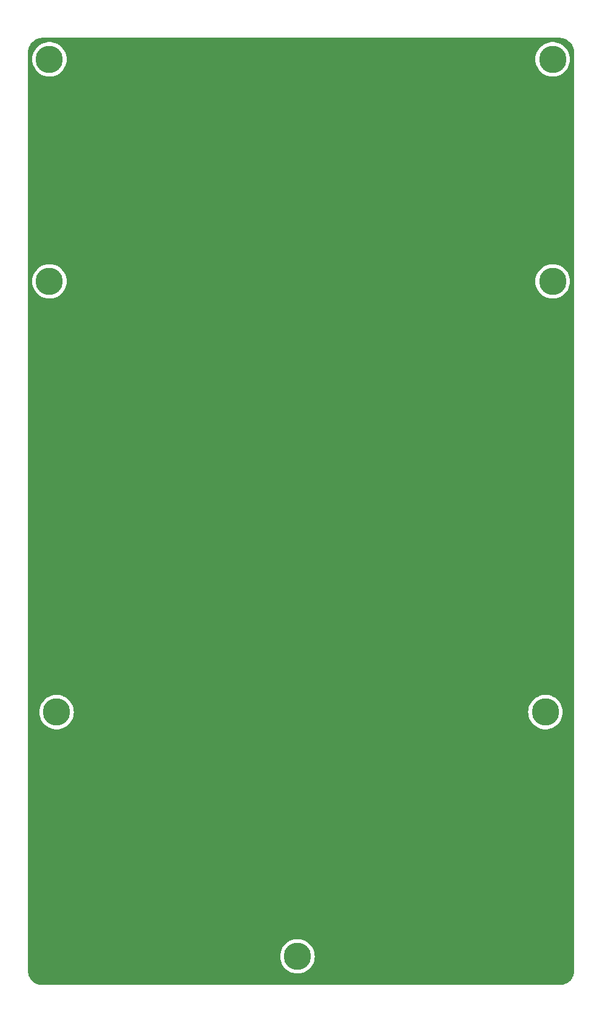
<source format=gbr>
%TF.GenerationSoftware,KiCad,Pcbnew,7.0.7*%
%TF.CreationDate,2023-12-08T00:51:54+02:00*%
%TF.ProjectId,back_plate,6261636b-5f70-46c6-9174-652e6b696361,rev?*%
%TF.SameCoordinates,Original*%
%TF.FileFunction,Copper,L2,Bot*%
%TF.FilePolarity,Positive*%
%FSLAX46Y46*%
G04 Gerber Fmt 4.6, Leading zero omitted, Abs format (unit mm)*
G04 Created by KiCad (PCBNEW 7.0.7) date 2023-12-08 00:51:54*
%MOMM*%
%LPD*%
G01*
G04 APERTURE LIST*
%TA.AperFunction,ComponentPad*%
%ADD10C,3.800000*%
%TD*%
G04 APERTURE END LIST*
D10*
%TO.P,,1,1*%
%TO.N,N/C*%
X154200000Y-39680000D03*
%TD*%
%TO.P,,1,1*%
%TO.N,N/C*%
X154200000Y-70680000D03*
%TD*%
%TO.P,,1,1*%
%TO.N,N/C*%
X85000000Y-130830000D03*
%TD*%
%TO.P,,1,1*%
%TO.N,N/C*%
X118600000Y-164930000D03*
%TD*%
%TO.P,,1,1*%
%TO.N,N/C*%
X84000000Y-39680000D03*
%TD*%
%TO.P,,1,1*%
%TO.N,N/C*%
X84000000Y-70680000D03*
%TD*%
%TO.P,,1,1*%
%TO.N,N/C*%
X153200000Y-130830000D03*
%TD*%
%TA.AperFunction,NonConductor*%
G36*
X155202019Y-36680633D02*
G01*
X155237198Y-36682938D01*
X155283708Y-36685986D01*
X155465459Y-36698985D01*
X155473100Y-36700015D01*
X155566738Y-36718641D01*
X155589420Y-36723153D01*
X155615023Y-36728722D01*
X155733666Y-36754531D01*
X155740383Y-36756395D01*
X155859437Y-36796809D01*
X155956671Y-36833076D01*
X155991741Y-36846157D01*
X155997499Y-36848643D01*
X156112952Y-36905578D01*
X156234906Y-36972170D01*
X156239634Y-36975032D01*
X156296571Y-37013076D01*
X156346649Y-37046537D01*
X156349358Y-37048454D01*
X156458652Y-37130271D01*
X156462345Y-37133265D01*
X156559502Y-37218469D01*
X156562448Y-37221228D01*
X156658769Y-37317549D01*
X156661526Y-37320492D01*
X156746729Y-37417648D01*
X156749732Y-37421353D01*
X156801564Y-37490592D01*
X156831543Y-37530639D01*
X156833461Y-37533349D01*
X156904962Y-37640357D01*
X156907828Y-37645091D01*
X156974421Y-37767047D01*
X157031355Y-37882499D01*
X157033841Y-37888257D01*
X157070212Y-37985768D01*
X157083196Y-38020578D01*
X157087581Y-38033496D01*
X157123597Y-38139596D01*
X157125472Y-38146352D01*
X157156846Y-38290579D01*
X157179980Y-38406880D01*
X157181015Y-38414560D01*
X157194017Y-38596350D01*
X157199367Y-38677966D01*
X157199500Y-38682023D01*
X157199500Y-166927975D01*
X157199367Y-166932032D01*
X157194017Y-167013648D01*
X157181015Y-167195438D01*
X157179980Y-167203118D01*
X157156846Y-167319420D01*
X157125472Y-167463646D01*
X157123597Y-167470401D01*
X157089297Y-167571448D01*
X157083208Y-167589388D01*
X157083195Y-167589425D01*
X157033841Y-167721741D01*
X157031355Y-167727499D01*
X156974421Y-167842952D01*
X156907828Y-167964907D01*
X156904961Y-167969641D01*
X156833461Y-168076649D01*
X156831543Y-168079359D01*
X156749744Y-168188631D01*
X156746723Y-168192357D01*
X156661529Y-168289502D01*
X156658755Y-168292464D01*
X156562464Y-168388755D01*
X156559502Y-168391529D01*
X156462357Y-168476723D01*
X156458631Y-168479744D01*
X156349359Y-168561543D01*
X156346649Y-168563461D01*
X156239641Y-168634961D01*
X156234907Y-168637828D01*
X156112952Y-168704421D01*
X155997499Y-168761355D01*
X155991741Y-168763841D01*
X155870956Y-168808893D01*
X155859418Y-168813197D01*
X155740401Y-168853597D01*
X155733646Y-168855472D01*
X155589420Y-168886846D01*
X155473118Y-168909980D01*
X155465438Y-168911015D01*
X155283648Y-168924017D01*
X155232582Y-168927364D01*
X155202025Y-168929367D01*
X155197976Y-168929500D01*
X83002024Y-168929500D01*
X82997974Y-168929367D01*
X82959954Y-168926875D01*
X82916350Y-168924017D01*
X82734560Y-168911015D01*
X82726880Y-168909980D01*
X82610579Y-168886846D01*
X82466352Y-168855472D01*
X82459596Y-168853597D01*
X82427881Y-168842831D01*
X82340578Y-168813196D01*
X82305768Y-168800212D01*
X82208257Y-168763841D01*
X82202499Y-168761355D01*
X82087047Y-168704421D01*
X81965091Y-168637828D01*
X81960357Y-168634962D01*
X81853349Y-168563461D01*
X81850639Y-168561543D01*
X81810592Y-168531564D01*
X81741353Y-168479732D01*
X81737648Y-168476729D01*
X81640492Y-168391526D01*
X81637549Y-168388769D01*
X81541228Y-168292448D01*
X81538469Y-168289502D01*
X81505450Y-168251851D01*
X81453265Y-168192345D01*
X81450271Y-168188652D01*
X81368454Y-168079358D01*
X81366537Y-168076649D01*
X81295036Y-167969641D01*
X81292170Y-167964906D01*
X81225578Y-167842952D01*
X81168643Y-167727499D01*
X81166157Y-167721741D01*
X81153076Y-167686671D01*
X81116805Y-167589425D01*
X81076395Y-167470383D01*
X81074531Y-167463666D01*
X81043153Y-167319420D01*
X81037826Y-167292642D01*
X81020015Y-167203100D01*
X81018985Y-167195459D01*
X81005986Y-167013708D01*
X81002519Y-166960808D01*
X81000633Y-166932019D01*
X81000500Y-166927964D01*
X81000500Y-164930005D01*
X116194754Y-164930005D01*
X116213718Y-165231446D01*
X116213719Y-165231453D01*
X116270320Y-165528164D01*
X116363659Y-165815431D01*
X116363661Y-165815436D01*
X116492265Y-166088732D01*
X116492268Y-166088738D01*
X116654111Y-166343763D01*
X116846652Y-166576505D01*
X117066836Y-166783272D01*
X117066846Y-166783280D01*
X117311193Y-166960808D01*
X117311198Y-166960810D01*
X117311205Y-166960816D01*
X117575896Y-167106332D01*
X117575901Y-167106334D01*
X117575903Y-167106335D01*
X117575904Y-167106336D01*
X117856734Y-167217524D01*
X117856737Y-167217525D01*
X117954259Y-167242564D01*
X118149302Y-167292642D01*
X118296039Y-167311179D01*
X118448963Y-167330499D01*
X118448969Y-167330499D01*
X118448973Y-167330500D01*
X118448975Y-167330500D01*
X118751025Y-167330500D01*
X118751027Y-167330500D01*
X118751032Y-167330499D01*
X118751036Y-167330499D01*
X118838732Y-167319420D01*
X119050698Y-167292642D01*
X119343262Y-167217525D01*
X119343265Y-167217524D01*
X119624095Y-167106336D01*
X119624096Y-167106335D01*
X119624094Y-167106335D01*
X119624104Y-167106332D01*
X119888795Y-166960816D01*
X120133162Y-166783274D01*
X120353349Y-166576504D01*
X120545885Y-166343768D01*
X120707733Y-166088736D01*
X120836341Y-165815430D01*
X120929681Y-165528160D01*
X120986280Y-165231457D01*
X121005246Y-164930000D01*
X120986280Y-164628543D01*
X120929681Y-164331840D01*
X120836341Y-164044570D01*
X120707733Y-163771264D01*
X120545885Y-163516232D01*
X120353349Y-163283496D01*
X120133162Y-163076726D01*
X120133159Y-163076724D01*
X120133153Y-163076719D01*
X119888806Y-162899191D01*
X119888799Y-162899186D01*
X119888795Y-162899184D01*
X119624104Y-162753668D01*
X119624101Y-162753666D01*
X119624096Y-162753664D01*
X119624095Y-162753663D01*
X119343265Y-162642475D01*
X119343262Y-162642474D01*
X119050695Y-162567357D01*
X118751036Y-162529500D01*
X118751027Y-162529500D01*
X118448973Y-162529500D01*
X118448963Y-162529500D01*
X118149304Y-162567357D01*
X117856737Y-162642474D01*
X117856734Y-162642475D01*
X117575904Y-162753663D01*
X117575903Y-162753664D01*
X117311205Y-162899184D01*
X117311193Y-162899191D01*
X117066846Y-163076719D01*
X117066836Y-163076727D01*
X116846652Y-163283494D01*
X116654111Y-163516236D01*
X116492268Y-163771261D01*
X116492265Y-163771267D01*
X116363661Y-164044563D01*
X116363659Y-164044568D01*
X116270320Y-164331835D01*
X116213719Y-164628546D01*
X116213718Y-164628553D01*
X116194754Y-164929994D01*
X116194754Y-164930005D01*
X81000500Y-164930005D01*
X81000500Y-130830005D01*
X82594754Y-130830005D01*
X82613718Y-131131446D01*
X82613719Y-131131453D01*
X82670320Y-131428164D01*
X82763659Y-131715431D01*
X82763661Y-131715436D01*
X82892265Y-131988732D01*
X82892268Y-131988738D01*
X83054111Y-132243763D01*
X83246652Y-132476505D01*
X83466836Y-132683272D01*
X83466846Y-132683280D01*
X83711193Y-132860808D01*
X83711198Y-132860810D01*
X83711205Y-132860816D01*
X83975896Y-133006332D01*
X83975901Y-133006334D01*
X83975903Y-133006335D01*
X83975904Y-133006336D01*
X84256734Y-133117524D01*
X84256737Y-133117525D01*
X84354259Y-133142564D01*
X84549302Y-133192642D01*
X84696039Y-133211179D01*
X84848963Y-133230499D01*
X84848969Y-133230499D01*
X84848973Y-133230500D01*
X84848975Y-133230500D01*
X85151025Y-133230500D01*
X85151027Y-133230500D01*
X85151032Y-133230499D01*
X85151036Y-133230499D01*
X85230591Y-133220448D01*
X85450698Y-133192642D01*
X85743262Y-133117525D01*
X85743265Y-133117524D01*
X86024095Y-133006336D01*
X86024096Y-133006335D01*
X86024094Y-133006335D01*
X86024104Y-133006332D01*
X86288795Y-132860816D01*
X86533162Y-132683274D01*
X86753349Y-132476504D01*
X86945885Y-132243768D01*
X87107733Y-131988736D01*
X87236341Y-131715430D01*
X87329681Y-131428160D01*
X87386280Y-131131457D01*
X87405246Y-130830005D01*
X150794754Y-130830005D01*
X150813718Y-131131446D01*
X150813719Y-131131453D01*
X150870320Y-131428164D01*
X150963659Y-131715431D01*
X150963661Y-131715436D01*
X151092265Y-131988732D01*
X151092268Y-131988738D01*
X151254111Y-132243763D01*
X151446652Y-132476505D01*
X151666836Y-132683272D01*
X151666846Y-132683280D01*
X151911193Y-132860808D01*
X151911198Y-132860810D01*
X151911205Y-132860816D01*
X152175896Y-133006332D01*
X152175901Y-133006334D01*
X152175903Y-133006335D01*
X152175904Y-133006336D01*
X152456734Y-133117524D01*
X152456737Y-133117525D01*
X152554259Y-133142564D01*
X152749302Y-133192642D01*
X152896039Y-133211179D01*
X153048963Y-133230499D01*
X153048969Y-133230499D01*
X153048973Y-133230500D01*
X153048975Y-133230500D01*
X153351025Y-133230500D01*
X153351027Y-133230500D01*
X153351032Y-133230499D01*
X153351036Y-133230499D01*
X153430591Y-133220448D01*
X153650698Y-133192642D01*
X153943262Y-133117525D01*
X153943265Y-133117524D01*
X154224095Y-133006336D01*
X154224096Y-133006335D01*
X154224094Y-133006335D01*
X154224104Y-133006332D01*
X154488795Y-132860816D01*
X154733162Y-132683274D01*
X154953349Y-132476504D01*
X155145885Y-132243768D01*
X155307733Y-131988736D01*
X155436341Y-131715430D01*
X155529681Y-131428160D01*
X155586280Y-131131457D01*
X155605246Y-130830000D01*
X155586280Y-130528543D01*
X155529681Y-130231840D01*
X155436341Y-129944570D01*
X155307733Y-129671264D01*
X155145885Y-129416232D01*
X154953349Y-129183496D01*
X154733162Y-128976726D01*
X154733159Y-128976724D01*
X154733153Y-128976719D01*
X154488806Y-128799191D01*
X154488799Y-128799186D01*
X154488795Y-128799184D01*
X154224104Y-128653668D01*
X154224101Y-128653666D01*
X154224096Y-128653664D01*
X154224095Y-128653663D01*
X153943265Y-128542475D01*
X153943262Y-128542474D01*
X153650695Y-128467357D01*
X153351036Y-128429500D01*
X153351027Y-128429500D01*
X153048973Y-128429500D01*
X153048963Y-128429500D01*
X152749304Y-128467357D01*
X152456737Y-128542474D01*
X152456734Y-128542475D01*
X152175904Y-128653663D01*
X152175903Y-128653664D01*
X151911205Y-128799184D01*
X151911193Y-128799191D01*
X151666846Y-128976719D01*
X151666836Y-128976727D01*
X151446652Y-129183494D01*
X151254111Y-129416236D01*
X151092268Y-129671261D01*
X151092265Y-129671267D01*
X150963661Y-129944563D01*
X150963659Y-129944568D01*
X150870320Y-130231835D01*
X150813719Y-130528546D01*
X150813718Y-130528553D01*
X150794754Y-130829994D01*
X150794754Y-130830005D01*
X87405246Y-130830005D01*
X87405246Y-130830000D01*
X87386280Y-130528543D01*
X87329681Y-130231840D01*
X87236341Y-129944570D01*
X87107733Y-129671264D01*
X86945885Y-129416232D01*
X86753349Y-129183496D01*
X86533162Y-128976726D01*
X86533159Y-128976724D01*
X86533153Y-128976719D01*
X86288806Y-128799191D01*
X86288799Y-128799186D01*
X86288795Y-128799184D01*
X86024104Y-128653668D01*
X86024101Y-128653666D01*
X86024096Y-128653664D01*
X86024095Y-128653663D01*
X85743265Y-128542475D01*
X85743262Y-128542474D01*
X85450695Y-128467357D01*
X85151036Y-128429500D01*
X85151027Y-128429500D01*
X84848973Y-128429500D01*
X84848963Y-128429500D01*
X84549304Y-128467357D01*
X84256737Y-128542474D01*
X84256734Y-128542475D01*
X83975904Y-128653663D01*
X83975903Y-128653664D01*
X83711205Y-128799184D01*
X83711193Y-128799191D01*
X83466846Y-128976719D01*
X83466836Y-128976727D01*
X83246652Y-129183494D01*
X83054111Y-129416236D01*
X82892268Y-129671261D01*
X82892265Y-129671267D01*
X82763661Y-129944563D01*
X82763659Y-129944568D01*
X82670320Y-130231835D01*
X82613719Y-130528546D01*
X82613718Y-130528553D01*
X82594754Y-130829994D01*
X82594754Y-130830005D01*
X81000500Y-130830005D01*
X81000500Y-70680005D01*
X81594754Y-70680005D01*
X81613718Y-70981446D01*
X81613719Y-70981453D01*
X81670320Y-71278164D01*
X81763659Y-71565431D01*
X81763661Y-71565436D01*
X81892265Y-71838732D01*
X81892268Y-71838738D01*
X82054111Y-72093763D01*
X82246652Y-72326505D01*
X82466836Y-72533272D01*
X82466846Y-72533280D01*
X82711193Y-72710808D01*
X82711198Y-72710810D01*
X82711205Y-72710816D01*
X82975896Y-72856332D01*
X82975901Y-72856334D01*
X82975903Y-72856335D01*
X82975904Y-72856336D01*
X83256734Y-72967524D01*
X83256737Y-72967525D01*
X83354259Y-72992564D01*
X83549302Y-73042642D01*
X83696039Y-73061179D01*
X83848963Y-73080499D01*
X83848969Y-73080499D01*
X83848973Y-73080500D01*
X83848975Y-73080500D01*
X84151025Y-73080500D01*
X84151027Y-73080500D01*
X84151032Y-73080499D01*
X84151036Y-73080499D01*
X84230591Y-73070448D01*
X84450698Y-73042642D01*
X84743262Y-72967525D01*
X84743265Y-72967524D01*
X85024095Y-72856336D01*
X85024096Y-72856335D01*
X85024094Y-72856335D01*
X85024104Y-72856332D01*
X85288795Y-72710816D01*
X85533162Y-72533274D01*
X85753349Y-72326504D01*
X85945885Y-72093768D01*
X86107733Y-71838736D01*
X86236341Y-71565430D01*
X86329681Y-71278160D01*
X86386280Y-70981457D01*
X86405246Y-70680005D01*
X151794754Y-70680005D01*
X151813718Y-70981446D01*
X151813719Y-70981453D01*
X151870320Y-71278164D01*
X151963659Y-71565431D01*
X151963661Y-71565436D01*
X152092265Y-71838732D01*
X152092268Y-71838738D01*
X152254111Y-72093763D01*
X152446652Y-72326505D01*
X152666836Y-72533272D01*
X152666846Y-72533280D01*
X152911193Y-72710808D01*
X152911198Y-72710810D01*
X152911205Y-72710816D01*
X153175896Y-72856332D01*
X153175901Y-72856334D01*
X153175903Y-72856335D01*
X153175904Y-72856336D01*
X153456734Y-72967524D01*
X153456737Y-72967525D01*
X153554259Y-72992564D01*
X153749302Y-73042642D01*
X153896039Y-73061179D01*
X154048963Y-73080499D01*
X154048969Y-73080499D01*
X154048973Y-73080500D01*
X154048975Y-73080500D01*
X154351025Y-73080500D01*
X154351027Y-73080500D01*
X154351032Y-73080499D01*
X154351036Y-73080499D01*
X154430591Y-73070448D01*
X154650698Y-73042642D01*
X154943262Y-72967525D01*
X154943265Y-72967524D01*
X155224095Y-72856336D01*
X155224096Y-72856335D01*
X155224094Y-72856335D01*
X155224104Y-72856332D01*
X155488795Y-72710816D01*
X155733162Y-72533274D01*
X155953349Y-72326504D01*
X156145885Y-72093768D01*
X156307733Y-71838736D01*
X156436341Y-71565430D01*
X156529681Y-71278160D01*
X156586280Y-70981457D01*
X156605246Y-70680000D01*
X156586280Y-70378543D01*
X156529681Y-70081840D01*
X156436341Y-69794570D01*
X156307733Y-69521264D01*
X156145885Y-69266232D01*
X155953349Y-69033496D01*
X155733162Y-68826726D01*
X155733159Y-68826724D01*
X155733153Y-68826719D01*
X155488806Y-68649191D01*
X155488799Y-68649186D01*
X155488795Y-68649184D01*
X155224104Y-68503668D01*
X155224101Y-68503666D01*
X155224096Y-68503664D01*
X155224095Y-68503663D01*
X154943265Y-68392475D01*
X154943262Y-68392474D01*
X154650695Y-68317357D01*
X154351036Y-68279500D01*
X154351027Y-68279500D01*
X154048973Y-68279500D01*
X154048963Y-68279500D01*
X153749304Y-68317357D01*
X153456737Y-68392474D01*
X153456734Y-68392475D01*
X153175904Y-68503663D01*
X153175903Y-68503664D01*
X152911205Y-68649184D01*
X152911193Y-68649191D01*
X152666846Y-68826719D01*
X152666836Y-68826727D01*
X152446652Y-69033494D01*
X152254111Y-69266236D01*
X152092268Y-69521261D01*
X152092265Y-69521267D01*
X151963661Y-69794563D01*
X151963659Y-69794568D01*
X151870320Y-70081835D01*
X151813719Y-70378546D01*
X151813718Y-70378553D01*
X151794754Y-70679994D01*
X151794754Y-70680005D01*
X86405246Y-70680005D01*
X86405246Y-70680000D01*
X86386280Y-70378543D01*
X86329681Y-70081840D01*
X86236341Y-69794570D01*
X86107733Y-69521264D01*
X85945885Y-69266232D01*
X85753349Y-69033496D01*
X85533162Y-68826726D01*
X85533159Y-68826724D01*
X85533153Y-68826719D01*
X85288806Y-68649191D01*
X85288799Y-68649186D01*
X85288795Y-68649184D01*
X85024104Y-68503668D01*
X85024101Y-68503666D01*
X85024096Y-68503664D01*
X85024095Y-68503663D01*
X84743265Y-68392475D01*
X84743262Y-68392474D01*
X84450695Y-68317357D01*
X84151036Y-68279500D01*
X84151027Y-68279500D01*
X83848973Y-68279500D01*
X83848963Y-68279500D01*
X83549304Y-68317357D01*
X83256737Y-68392474D01*
X83256734Y-68392475D01*
X82975904Y-68503663D01*
X82975903Y-68503664D01*
X82711205Y-68649184D01*
X82711193Y-68649191D01*
X82466846Y-68826719D01*
X82466836Y-68826727D01*
X82246652Y-69033494D01*
X82054111Y-69266236D01*
X81892268Y-69521261D01*
X81892265Y-69521267D01*
X81763661Y-69794563D01*
X81763659Y-69794568D01*
X81670320Y-70081835D01*
X81613719Y-70378546D01*
X81613718Y-70378553D01*
X81594754Y-70679994D01*
X81594754Y-70680005D01*
X81000500Y-70680005D01*
X81000500Y-39680005D01*
X81594754Y-39680005D01*
X81613718Y-39981446D01*
X81613719Y-39981453D01*
X81670320Y-40278164D01*
X81763659Y-40565431D01*
X81763661Y-40565436D01*
X81892265Y-40838732D01*
X81892268Y-40838738D01*
X82054111Y-41093763D01*
X82246652Y-41326505D01*
X82466836Y-41533272D01*
X82466846Y-41533280D01*
X82711193Y-41710808D01*
X82711198Y-41710810D01*
X82711205Y-41710816D01*
X82975896Y-41856332D01*
X82975901Y-41856334D01*
X82975903Y-41856335D01*
X82975904Y-41856336D01*
X83256734Y-41967524D01*
X83256737Y-41967525D01*
X83354259Y-41992563D01*
X83549302Y-42042642D01*
X83696039Y-42061179D01*
X83848963Y-42080499D01*
X83848969Y-42080499D01*
X83848973Y-42080500D01*
X83848975Y-42080500D01*
X84151025Y-42080500D01*
X84151027Y-42080500D01*
X84151032Y-42080499D01*
X84151036Y-42080499D01*
X84230591Y-42070448D01*
X84450698Y-42042642D01*
X84743262Y-41967525D01*
X84743265Y-41967524D01*
X85024095Y-41856336D01*
X85024096Y-41856335D01*
X85024094Y-41856335D01*
X85024104Y-41856332D01*
X85288795Y-41710816D01*
X85533162Y-41533274D01*
X85753349Y-41326504D01*
X85945885Y-41093768D01*
X86107733Y-40838736D01*
X86236341Y-40565430D01*
X86329681Y-40278160D01*
X86386280Y-39981457D01*
X86405246Y-39680005D01*
X151794754Y-39680005D01*
X151813718Y-39981446D01*
X151813719Y-39981453D01*
X151870320Y-40278164D01*
X151963659Y-40565431D01*
X151963661Y-40565436D01*
X152092265Y-40838732D01*
X152092268Y-40838738D01*
X152254111Y-41093763D01*
X152446652Y-41326505D01*
X152666836Y-41533272D01*
X152666846Y-41533280D01*
X152911193Y-41710808D01*
X152911198Y-41710810D01*
X152911205Y-41710816D01*
X153175896Y-41856332D01*
X153175901Y-41856334D01*
X153175903Y-41856335D01*
X153175904Y-41856336D01*
X153456734Y-41967524D01*
X153456737Y-41967525D01*
X153554259Y-41992564D01*
X153749302Y-42042642D01*
X153896039Y-42061179D01*
X154048963Y-42080499D01*
X154048969Y-42080499D01*
X154048973Y-42080500D01*
X154048975Y-42080500D01*
X154351025Y-42080500D01*
X154351027Y-42080500D01*
X154351032Y-42080499D01*
X154351036Y-42080499D01*
X154430591Y-42070448D01*
X154650698Y-42042642D01*
X154943262Y-41967525D01*
X154943265Y-41967524D01*
X155224095Y-41856336D01*
X155224096Y-41856335D01*
X155224094Y-41856335D01*
X155224104Y-41856332D01*
X155488795Y-41710816D01*
X155733162Y-41533274D01*
X155953349Y-41326504D01*
X156145885Y-41093768D01*
X156307733Y-40838736D01*
X156436341Y-40565430D01*
X156529681Y-40278160D01*
X156586280Y-39981457D01*
X156605246Y-39680000D01*
X156586280Y-39378543D01*
X156529681Y-39081840D01*
X156436341Y-38794570D01*
X156307733Y-38521264D01*
X156240017Y-38414560D01*
X156145888Y-38266236D01*
X156060063Y-38162491D01*
X155953349Y-38033496D01*
X155733162Y-37826726D01*
X155733159Y-37826724D01*
X155733153Y-37826719D01*
X155488806Y-37649191D01*
X155488799Y-37649186D01*
X155488795Y-37649184D01*
X155224104Y-37503668D01*
X155224101Y-37503666D01*
X155224096Y-37503664D01*
X155224095Y-37503663D01*
X154943265Y-37392475D01*
X154943262Y-37392474D01*
X154650695Y-37317357D01*
X154351036Y-37279500D01*
X154351027Y-37279500D01*
X154048973Y-37279500D01*
X154048963Y-37279500D01*
X153749304Y-37317357D01*
X153456737Y-37392474D01*
X153456734Y-37392475D01*
X153175904Y-37503663D01*
X153175903Y-37503664D01*
X152911205Y-37649184D01*
X152911193Y-37649191D01*
X152666846Y-37826719D01*
X152666836Y-37826727D01*
X152446652Y-38033494D01*
X152254111Y-38266236D01*
X152092268Y-38521261D01*
X152092265Y-38521267D01*
X151963661Y-38794563D01*
X151963659Y-38794568D01*
X151870320Y-39081835D01*
X151813719Y-39378546D01*
X151813718Y-39378553D01*
X151794754Y-39679994D01*
X151794754Y-39680005D01*
X86405246Y-39680005D01*
X86405246Y-39680000D01*
X86386280Y-39378543D01*
X86329681Y-39081840D01*
X86236341Y-38794570D01*
X86107733Y-38521264D01*
X86040017Y-38414560D01*
X85945888Y-38266236D01*
X85860063Y-38162491D01*
X85753349Y-38033496D01*
X85533162Y-37826726D01*
X85533159Y-37826724D01*
X85533153Y-37826719D01*
X85288806Y-37649191D01*
X85288799Y-37649186D01*
X85288795Y-37649184D01*
X85024104Y-37503668D01*
X85024101Y-37503666D01*
X85024096Y-37503664D01*
X85024095Y-37503663D01*
X84743265Y-37392475D01*
X84743262Y-37392474D01*
X84450695Y-37317357D01*
X84151036Y-37279500D01*
X84151027Y-37279500D01*
X83848973Y-37279500D01*
X83848963Y-37279500D01*
X83549304Y-37317357D01*
X83256737Y-37392474D01*
X83256734Y-37392475D01*
X82975904Y-37503663D01*
X82975903Y-37503664D01*
X82711205Y-37649184D01*
X82711193Y-37649191D01*
X82466846Y-37826719D01*
X82466836Y-37826727D01*
X82246652Y-38033494D01*
X82054111Y-38266236D01*
X81892268Y-38521261D01*
X81892265Y-38521267D01*
X81763661Y-38794563D01*
X81763659Y-38794568D01*
X81670320Y-39081835D01*
X81613719Y-39378546D01*
X81613718Y-39378553D01*
X81594754Y-39679994D01*
X81594754Y-39680005D01*
X81000500Y-39680005D01*
X81000500Y-38682035D01*
X81000633Y-38677980D01*
X81002393Y-38651103D01*
X81005989Y-38596244D01*
X81018986Y-38414536D01*
X81020014Y-38406903D01*
X81043153Y-38290579D01*
X81048448Y-38266236D01*
X81074533Y-38146323D01*
X81076392Y-38139625D01*
X81116815Y-38020543D01*
X81166159Y-37888251D01*
X81168633Y-37882520D01*
X81225583Y-37767036D01*
X81292179Y-37645076D01*
X81295019Y-37640384D01*
X81366563Y-37533311D01*
X81368428Y-37530676D01*
X81450291Y-37421321D01*
X81453244Y-37417678D01*
X81538503Y-37320459D01*
X81541198Y-37317581D01*
X81637581Y-37221198D01*
X81640459Y-37218503D01*
X81737678Y-37133244D01*
X81741321Y-37130291D01*
X81850676Y-37048428D01*
X81853311Y-37046563D01*
X81960384Y-36975019D01*
X81965076Y-36972179D01*
X82087036Y-36905583D01*
X82202520Y-36848633D01*
X82208251Y-36846159D01*
X82340543Y-36796815D01*
X82459625Y-36756392D01*
X82466323Y-36754533D01*
X82610548Y-36723158D01*
X82726903Y-36700014D01*
X82734536Y-36698986D01*
X82916244Y-36685989D01*
X82969211Y-36682517D01*
X82997981Y-36680633D01*
X83002036Y-36680500D01*
X155197964Y-36680500D01*
X155202019Y-36680633D01*
G37*
%TD.AperFunction*%
M02*

</source>
